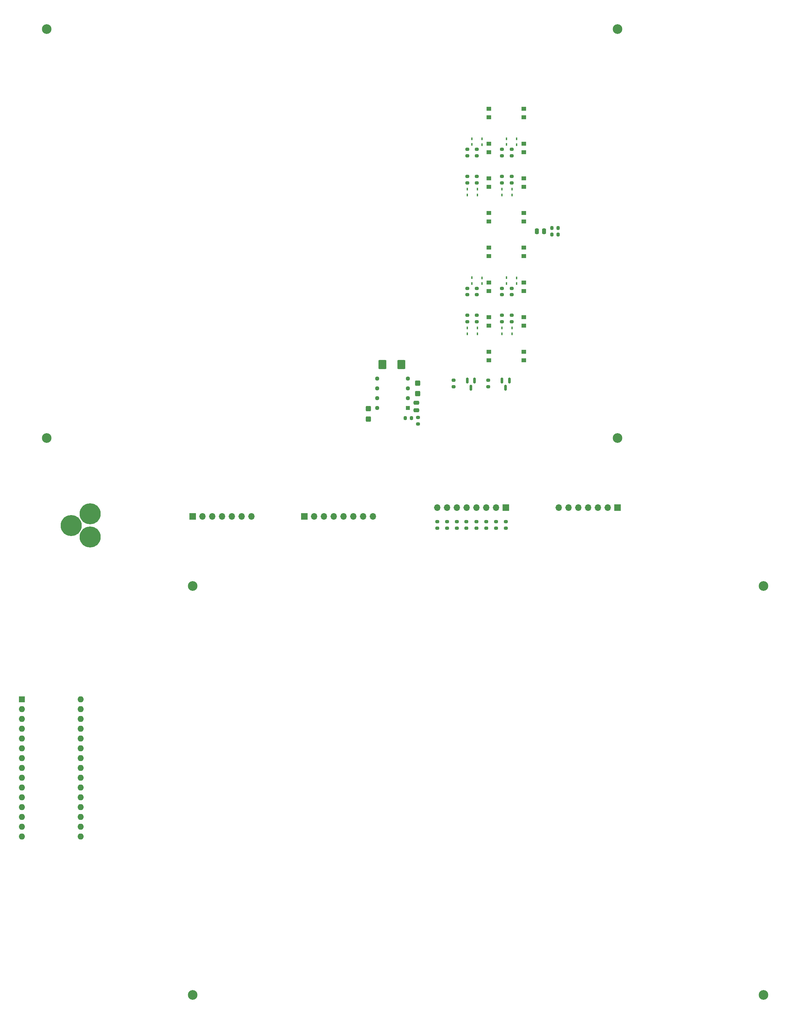
<source format=gbs>
%TF.GenerationSoftware,KiCad,Pcbnew,(6.0.5)*%
%TF.CreationDate,2022-07-12T00:37:25-04:00*%
%TF.ProjectId,grouped,67726f75-7065-4642-9e6b-696361645f70,rev?*%
%TF.SameCoordinates,Original*%
%TF.FileFunction,Soldermask,Bot*%
%TF.FilePolarity,Negative*%
%FSLAX46Y46*%
G04 Gerber Fmt 4.6, Leading zero omitted, Abs format (unit mm)*
G04 Created by KiCad (PCBNEW (6.0.5)) date 2022-07-12 00:37:25*
%MOMM*%
%LPD*%
G01*
G04 APERTURE LIST*
G04 Aperture macros list*
%AMRoundRect*
0 Rectangle with rounded corners*
0 $1 Rounding radius*
0 $2 $3 $4 $5 $6 $7 $8 $9 X,Y pos of 4 corners*
0 Add a 4 corners polygon primitive as box body*
4,1,4,$2,$3,$4,$5,$6,$7,$8,$9,$2,$3,0*
0 Add four circle primitives for the rounded corners*
1,1,$1+$1,$2,$3*
1,1,$1+$1,$4,$5*
1,1,$1+$1,$6,$7*
1,1,$1+$1,$8,$9*
0 Add four rect primitives between the rounded corners*
20,1,$1+$1,$2,$3,$4,$5,0*
20,1,$1+$1,$4,$5,$6,$7,0*
20,1,$1+$1,$6,$7,$8,$9,0*
20,1,$1+$1,$8,$9,$2,$3,0*%
G04 Aperture macros list end*
%ADD10R,1.700000X1.700000*%
%ADD11O,1.700000X1.700000*%
%ADD12C,2.500000*%
%ADD13R,1.600000X1.600000*%
%ADD14O,1.600000X1.600000*%
%ADD15R,1.130000X1.130000*%
%ADD16C,1.130000*%
%ADD17C,5.460000*%
%ADD18R,1.250000X1.000000*%
%ADD19RoundRect,0.200000X0.275000X-0.200000X0.275000X0.200000X-0.275000X0.200000X-0.275000X-0.200000X0*%
%ADD20R,0.420000X0.640000*%
%ADD21RoundRect,0.250000X-0.250000X-0.475000X0.250000X-0.475000X0.250000X0.475000X-0.250000X0.475000X0*%
%ADD22RoundRect,0.250000X0.475000X-0.250000X0.475000X0.250000X-0.475000X0.250000X-0.475000X-0.250000X0*%
%ADD23RoundRect,0.200000X-0.275000X0.200000X-0.275000X-0.200000X0.275000X-0.200000X0.275000X0.200000X0*%
%ADD24RoundRect,0.200000X-0.200000X-0.275000X0.200000X-0.275000X0.200000X0.275000X-0.200000X0.275000X0*%
%ADD25RoundRect,0.150000X-0.150000X0.587500X-0.150000X-0.587500X0.150000X-0.587500X0.150000X0.587500X0*%
%ADD26RoundRect,0.200000X0.200000X0.275000X-0.200000X0.275000X-0.200000X-0.275000X0.200000X-0.275000X0*%
%ADD27RoundRect,0.250000X0.425000X-0.450000X0.425000X0.450000X-0.425000X0.450000X-0.425000X-0.450000X0*%
%ADD28RoundRect,0.250000X-0.425000X0.450000X-0.425000X-0.450000X0.425000X-0.450000X0.425000X0.450000X0*%
%ADD29RoundRect,0.250000X0.787500X0.925000X-0.787500X0.925000X-0.787500X-0.925000X0.787500X-0.925000X0*%
G04 APERTURE END LIST*
D10*
X255200000Y-206100000D03*
D11*
X257740000Y-206100000D03*
X260280000Y-206100000D03*
X262820000Y-206100000D03*
X265360000Y-206100000D03*
X267900000Y-206100000D03*
X270440000Y-206100000D03*
X272980000Y-206100000D03*
D12*
X226200000Y-224100000D03*
X374200000Y-224100000D03*
D10*
X307421751Y-203800000D03*
D11*
X304881751Y-203800000D03*
X302341751Y-203800000D03*
X299801751Y-203800000D03*
X297261751Y-203800000D03*
X294721751Y-203800000D03*
X292181751Y-203800000D03*
X289641751Y-203800000D03*
D12*
X226200000Y-330100000D03*
D10*
X336421751Y-203800000D03*
D11*
X333881751Y-203800000D03*
X331341751Y-203800000D03*
X328801751Y-203800000D03*
X326261751Y-203800000D03*
X323721751Y-203800000D03*
X321181751Y-203800000D03*
D13*
X181935028Y-253550000D03*
D14*
X181935028Y-256090000D03*
X181935028Y-258630000D03*
X181935028Y-261170000D03*
X181935028Y-263710000D03*
X181935028Y-266250000D03*
X181935028Y-268790000D03*
X181935028Y-271330000D03*
X181935028Y-273870000D03*
X181935028Y-276410000D03*
X181935028Y-278950000D03*
X181935028Y-281490000D03*
X181935028Y-284030000D03*
X181935028Y-286570000D03*
X181935028Y-289110000D03*
X197175028Y-289110000D03*
X197175028Y-286570000D03*
X197175028Y-284030000D03*
X197175028Y-281490000D03*
X197175028Y-278950000D03*
X197175028Y-276410000D03*
X197175028Y-273870000D03*
X197175028Y-271330000D03*
X197175028Y-268790000D03*
X197175028Y-266250000D03*
X197175028Y-263710000D03*
X197175028Y-261170000D03*
X197175028Y-258630000D03*
X197175028Y-256090000D03*
X197175028Y-253550000D03*
D10*
X226200000Y-206100000D03*
D11*
X228740000Y-206100000D03*
X231280000Y-206100000D03*
X233820000Y-206100000D03*
X236360000Y-206100000D03*
X238900000Y-206100000D03*
X241440000Y-206100000D03*
D15*
X282021751Y-178020000D03*
D16*
X282021751Y-175480000D03*
X282021751Y-172940000D03*
X282021751Y-170400000D03*
X274081751Y-170400000D03*
X274081751Y-172940000D03*
X274081751Y-175480000D03*
X274081751Y-178020000D03*
D17*
X199620000Y-211450000D03*
X194720000Y-208500000D03*
X199620000Y-205450000D03*
D12*
X374200000Y-330100000D03*
D18*
X303041751Y-100460000D03*
X303041751Y-102660000D03*
D19*
X297421751Y-112625000D03*
X297421751Y-110975000D03*
D20*
X306421751Y-158750000D03*
X306421751Y-157250000D03*
D12*
X336421751Y-185800000D03*
D19*
X307421751Y-209125000D03*
X307421751Y-207475000D03*
D20*
X297421751Y-122750000D03*
X297421751Y-121250000D03*
D19*
X297221751Y-209125000D03*
X297221751Y-207475000D03*
D20*
X300021751Y-158750000D03*
X300021751Y-157250000D03*
X310221751Y-145750000D03*
X310221751Y-144250000D03*
D18*
X303041751Y-163460000D03*
X303041751Y-165660000D03*
D21*
X315471751Y-132200000D03*
X317371751Y-132200000D03*
D22*
X284251751Y-178560000D03*
X284251751Y-176660000D03*
D18*
X312041751Y-163460000D03*
X312041751Y-165660000D03*
D23*
X293871751Y-170800000D03*
X293871751Y-172450000D03*
D12*
X188421751Y-185800000D03*
D18*
X303041751Y-136460000D03*
X303041751Y-138660000D03*
D20*
X309021751Y-158750000D03*
X309021751Y-157250000D03*
D18*
X303041751Y-127460000D03*
X303041751Y-129660000D03*
D23*
X299921751Y-117975000D03*
X299921751Y-119625000D03*
D24*
X319346751Y-131300000D03*
X320996751Y-131300000D03*
D25*
X297421751Y-170862500D03*
X299321751Y-170862500D03*
X298371751Y-172737500D03*
D23*
X299921751Y-110975000D03*
X299921751Y-112625000D03*
D18*
X312041751Y-127460000D03*
X312041751Y-129660000D03*
X303041751Y-145460000D03*
X303041751Y-147660000D03*
D23*
X308921751Y-117975000D03*
X308921751Y-119625000D03*
D19*
X306421751Y-119625000D03*
X306421751Y-117975000D03*
X304921751Y-209125000D03*
X304921751Y-207475000D03*
X306421751Y-155625000D03*
X306421751Y-153975000D03*
D23*
X302871751Y-170800000D03*
X302871751Y-172450000D03*
D20*
X306421751Y-122750000D03*
X306421751Y-121250000D03*
D12*
X336421751Y-79800000D03*
D20*
X297421751Y-158750000D03*
X297421751Y-157250000D03*
X298621751Y-145700000D03*
X298621751Y-144200000D03*
X310221751Y-109750000D03*
X310221751Y-108250000D03*
D18*
X303041751Y-118460000D03*
X303041751Y-120660000D03*
X312041751Y-109460000D03*
X312041751Y-111660000D03*
X312041751Y-154460000D03*
X312041751Y-156660000D03*
D19*
X292221751Y-209125000D03*
X292221751Y-207475000D03*
X299821751Y-209125000D03*
X299821751Y-207475000D03*
D23*
X299921751Y-146975000D03*
X299921751Y-148625000D03*
X299921751Y-153975000D03*
X299921751Y-155625000D03*
D19*
X297421751Y-155625000D03*
X297421751Y-153975000D03*
D26*
X282976751Y-180610000D03*
X281326751Y-180610000D03*
D19*
X302321751Y-209125000D03*
X302321751Y-207475000D03*
X294721751Y-209125000D03*
X294721751Y-207475000D03*
D20*
X298621751Y-109700000D03*
X298621751Y-108200000D03*
X307621751Y-109700000D03*
X307621751Y-108200000D03*
X307621751Y-145700000D03*
X307621751Y-144200000D03*
D23*
X308921751Y-110975000D03*
X308921751Y-112625000D03*
D20*
X301221751Y-109750000D03*
X301221751Y-108250000D03*
X301221751Y-145750000D03*
X301221751Y-144250000D03*
D27*
X284551751Y-174260000D03*
X284551751Y-171560000D03*
D23*
X308921751Y-153975000D03*
X308921751Y-155625000D03*
D18*
X312041751Y-136460000D03*
X312041751Y-138660000D03*
D23*
X284651751Y-180485000D03*
X284651751Y-182135000D03*
D28*
X271751751Y-178160000D03*
X271751751Y-180860000D03*
D26*
X320996751Y-133060000D03*
X319346751Y-133060000D03*
D19*
X306421751Y-148625000D03*
X306421751Y-146975000D03*
D18*
X303041751Y-154460000D03*
X303041751Y-156660000D03*
D12*
X188421751Y-79800000D03*
D18*
X312041751Y-145460000D03*
X312041751Y-147660000D03*
D19*
X297421751Y-119625000D03*
X297421751Y-117975000D03*
D18*
X303041751Y-109460000D03*
X303041751Y-111660000D03*
D19*
X306421751Y-112625000D03*
X306421751Y-110975000D03*
D18*
X312041751Y-118460000D03*
X312041751Y-120660000D03*
D29*
X280314251Y-166710000D03*
X275389251Y-166710000D03*
D23*
X308921751Y-146975000D03*
X308921751Y-148625000D03*
D18*
X312041751Y-100460000D03*
X312041751Y-102660000D03*
D20*
X300021751Y-122750000D03*
X300021751Y-121250000D03*
D19*
X297421751Y-148625000D03*
X297421751Y-146975000D03*
D20*
X309021751Y-122750000D03*
X309021751Y-121250000D03*
D25*
X306421751Y-170862500D03*
X308321751Y-170862500D03*
X307371751Y-172737500D03*
D19*
X289621751Y-209125000D03*
X289621751Y-207475000D03*
M02*

</source>
